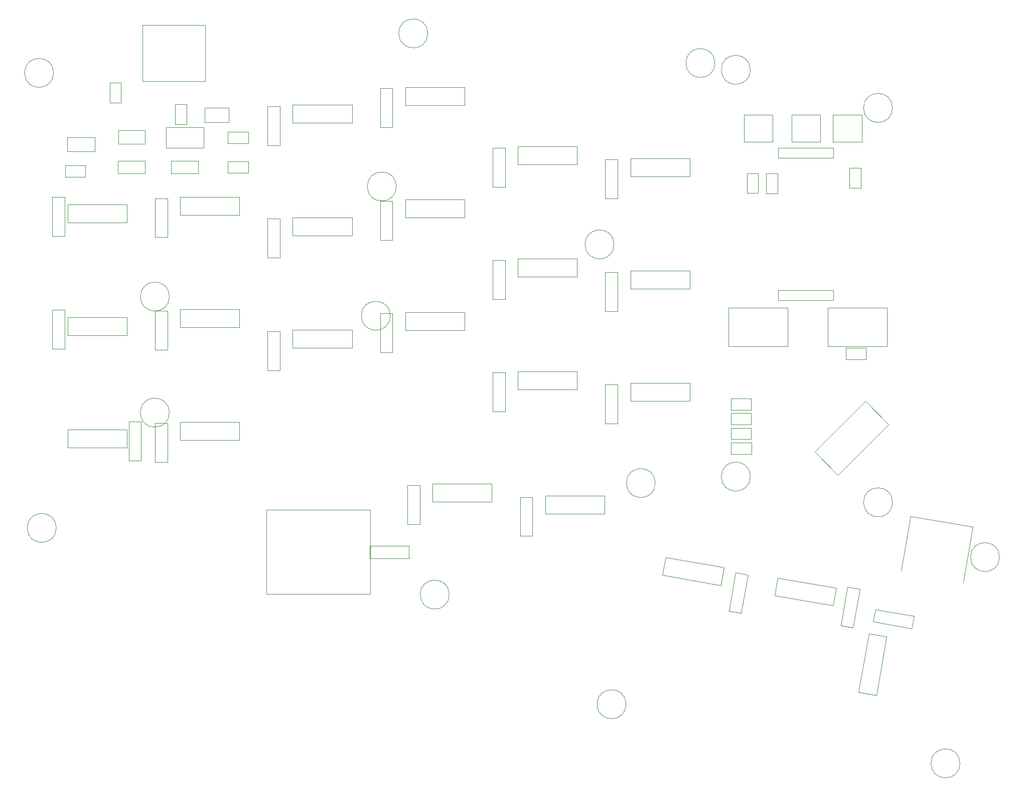
<source format=gbr>
%TF.GenerationSoftware,KiCad,Pcbnew,5.1.9*%
%TF.CreationDate,2021-05-10T09:53:42-05:00*%
%TF.ProjectId,nightwing,6e696768-7477-4696-9e67-2e6b69636164,rev?*%
%TF.SameCoordinates,Original*%
%TF.FileFunction,Other,User*%
%FSLAX46Y46*%
G04 Gerber Fmt 4.6, Leading zero omitted, Abs format (unit mm)*
G04 Created by KiCad (PCBNEW 5.1.9) date 2021-05-10 09:53:42*
%MOMM*%
%LPD*%
G01*
G04 APERTURE LIST*
%ADD10C,0.050000*%
G04 APERTURE END LIST*
D10*
%TO.C,J2*%
X159875176Y-98202627D02*
X161510942Y-88925738D01*
X170353530Y-100050243D02*
X171989296Y-90773354D01*
X171989296Y-90773354D02*
X161510942Y-88925738D01*
%TO.C,J1*%
X42490000Y-15430000D02*
X31850000Y-15430000D01*
X42490000Y-6010000D02*
X31850000Y-6010000D01*
X42490000Y-15430000D02*
X42490000Y-6010000D01*
X31850000Y-15430000D02*
X31850000Y-6010000D01*
%TO.C,J3*%
X148470000Y-26750000D02*
X148470000Y-28450000D01*
X139150000Y-28450000D02*
X139150000Y-26750000D01*
X139150000Y-26750000D02*
X148470000Y-26750000D01*
X148470000Y-52450000D02*
X139150000Y-52450000D01*
X139150000Y-52450000D02*
X139150000Y-50750000D01*
X148470000Y-28450000D02*
X139150000Y-28450000D01*
X139150000Y-50750000D02*
X148470000Y-50750000D01*
X148470000Y-50750000D02*
X148470000Y-52450000D01*
%TO.C,H8*%
X118417513Y-83342861D02*
G75*
G03*
X118417513Y-83342861I-2450000J0D01*
G01*
%TO.C,RESET_SW1*%
X157500000Y-60250000D02*
X157500000Y-53750000D01*
X147500000Y-53750000D02*
X147500000Y-60250000D01*
X147500000Y-60250000D02*
X157500000Y-60250000D01*
X147500000Y-53750000D02*
X157500000Y-53750000D01*
%TO.C,Boot1*%
X140740000Y-60260000D02*
X140740000Y-53760000D01*
X130740000Y-53760000D02*
X130740000Y-60260000D01*
X130740000Y-60260000D02*
X140740000Y-60260000D01*
X130740000Y-53760000D02*
X140740000Y-53760000D01*
%TO.C,L31*%
X157459088Y-109320601D02*
X154457394Y-108791321D01*
X155722606Y-119168679D02*
X157459088Y-109320601D01*
X152720912Y-118639399D02*
X155722606Y-119168679D01*
X154457394Y-108791321D02*
X152720912Y-118639399D01*
%TO.C,L30*%
X139090601Y-99330912D02*
X138561321Y-102332606D01*
X148938679Y-101067394D02*
X139090601Y-99330912D01*
X148409399Y-104069088D02*
X148938679Y-101067394D01*
X138561321Y-102332606D02*
X148409399Y-104069088D01*
%TO.C,L29*%
X120149105Y-95876715D02*
X119619825Y-98878409D01*
X129997183Y-97613197D02*
X120149105Y-95876715D01*
X129467903Y-100614891D02*
X129997183Y-97613197D01*
X119619825Y-98878409D02*
X129467903Y-100614891D01*
%TO.C,L28*%
X99837500Y-85476000D02*
X99837500Y-88524000D01*
X109837500Y-85476000D02*
X99837500Y-85476000D01*
X109837500Y-88524000D02*
X109837500Y-85476000D01*
X99837500Y-88524000D02*
X109837500Y-88524000D01*
%TO.C,L27*%
X80837500Y-83476000D02*
X80837500Y-86524000D01*
X90837500Y-83476000D02*
X80837500Y-83476000D01*
X90837500Y-86524000D02*
X90837500Y-83476000D01*
X80837500Y-86524000D02*
X90837500Y-86524000D01*
%TO.C,L26*%
X114225000Y-66467000D02*
X114225000Y-69515000D01*
X124225000Y-66467000D02*
X114225000Y-66467000D01*
X124225000Y-69515000D02*
X124225000Y-66467000D01*
X114225000Y-69515000D02*
X124225000Y-69515000D01*
%TO.C,L25*%
X95225000Y-64467000D02*
X95225000Y-67515000D01*
X105225000Y-64467000D02*
X95225000Y-64467000D01*
X105225000Y-67515000D02*
X105225000Y-64467000D01*
X95225000Y-67515000D02*
X105225000Y-67515000D01*
%TO.C,L24*%
X76225000Y-54467000D02*
X76225000Y-57515000D01*
X86225000Y-54467000D02*
X76225000Y-54467000D01*
X86225000Y-57515000D02*
X86225000Y-54467000D01*
X76225000Y-57515000D02*
X86225000Y-57515000D01*
%TO.C,L23*%
X57225000Y-57467000D02*
X57225000Y-60515000D01*
X67225000Y-57467000D02*
X57225000Y-57467000D01*
X67225000Y-60515000D02*
X67225000Y-57467000D01*
X57225000Y-60515000D02*
X67225000Y-60515000D01*
%TO.C,L22*%
X38225000Y-73017000D02*
X38225000Y-76065000D01*
X48225000Y-73017000D02*
X38225000Y-73017000D01*
X48225000Y-76065000D02*
X48225000Y-73017000D01*
X38225000Y-76065000D02*
X48225000Y-76065000D01*
%TO.C,L21*%
X19225000Y-74317000D02*
X19225000Y-77365000D01*
X29225000Y-74317000D02*
X19225000Y-74317000D01*
X29225000Y-77365000D02*
X29225000Y-74317000D01*
X19225000Y-77365000D02*
X29225000Y-77365000D01*
%TO.C,L20*%
X29225000Y-58365000D02*
X29225000Y-55317000D01*
X19225000Y-58365000D02*
X29225000Y-58365000D01*
X19225000Y-55317000D02*
X19225000Y-58365000D01*
X29225000Y-55317000D02*
X19225000Y-55317000D01*
%TO.C,L19*%
X48225000Y-57065000D02*
X48225000Y-54017000D01*
X38225000Y-57065000D02*
X48225000Y-57065000D01*
X38225000Y-54017000D02*
X38225000Y-57065000D01*
X48225000Y-54017000D02*
X38225000Y-54017000D01*
%TO.C,L18*%
X67225000Y-41515000D02*
X67225000Y-38467000D01*
X57225000Y-41515000D02*
X67225000Y-41515000D01*
X57225000Y-38467000D02*
X57225000Y-41515000D01*
X67225000Y-38467000D02*
X57225000Y-38467000D01*
%TO.C,L17*%
X86225000Y-38515000D02*
X86225000Y-35467000D01*
X76225000Y-38515000D02*
X86225000Y-38515000D01*
X76225000Y-35467000D02*
X76225000Y-38515000D01*
X86225000Y-35467000D02*
X76225000Y-35467000D01*
%TO.C,L16*%
X105225000Y-48515000D02*
X105225000Y-45467000D01*
X95225000Y-48515000D02*
X105225000Y-48515000D01*
X95225000Y-45467000D02*
X95225000Y-48515000D01*
X105225000Y-45467000D02*
X95225000Y-45467000D01*
%TO.C,L15*%
X124225000Y-50515000D02*
X124225000Y-47467000D01*
X114225000Y-50515000D02*
X124225000Y-50515000D01*
X114225000Y-47467000D02*
X114225000Y-50515000D01*
X124225000Y-47467000D02*
X114225000Y-47467000D01*
%TO.C,L14*%
X114225000Y-28467000D02*
X114225000Y-31515000D01*
X124225000Y-28467000D02*
X114225000Y-28467000D01*
X124225000Y-31515000D02*
X124225000Y-28467000D01*
X114225000Y-31515000D02*
X124225000Y-31515000D01*
%TO.C,L13*%
X95225000Y-26467000D02*
X95225000Y-29515000D01*
X105225000Y-26467000D02*
X95225000Y-26467000D01*
X105225000Y-29515000D02*
X105225000Y-26467000D01*
X95225000Y-29515000D02*
X105225000Y-29515000D01*
%TO.C,L12*%
X76225000Y-16467000D02*
X76225000Y-19515000D01*
X86225000Y-16467000D02*
X76225000Y-16467000D01*
X86225000Y-19515000D02*
X86225000Y-16467000D01*
X76225000Y-19515000D02*
X86225000Y-19515000D01*
%TO.C,L11*%
X57225000Y-19467000D02*
X57225000Y-22515000D01*
X67225000Y-19467000D02*
X57225000Y-19467000D01*
X67225000Y-22515000D02*
X67225000Y-19467000D01*
X57225000Y-22515000D02*
X67225000Y-22515000D01*
%TO.C,L10*%
X38225000Y-35017000D02*
X38225000Y-38065000D01*
X48225000Y-35017000D02*
X38225000Y-35017000D01*
X48225000Y-38065000D02*
X48225000Y-35017000D01*
X38225000Y-38065000D02*
X48225000Y-38065000D01*
%TO.C,L9*%
X19225000Y-36317000D02*
X19225000Y-39365000D01*
X29225000Y-36317000D02*
X19225000Y-36317000D01*
X29225000Y-39365000D02*
X29225000Y-36317000D01*
X19225000Y-39365000D02*
X29225000Y-39365000D01*
%TO.C,JP1*%
X42388000Y-19940000D02*
X46452000Y-19940000D01*
X42388000Y-19940000D02*
X42388000Y-22440000D01*
X46452000Y-22440000D02*
X46452000Y-19940000D01*
X46452000Y-22440000D02*
X42388000Y-22440000D01*
%TO.C,D24*%
X152910935Y-101242306D02*
X150842839Y-100877645D01*
X149696761Y-107377376D02*
X150842839Y-100877645D01*
X151764857Y-107742037D02*
X149696761Y-107377376D01*
X152910935Y-101242306D02*
X151764857Y-107742037D01*
%TO.C,D23*%
X134030935Y-98832306D02*
X131962839Y-98467645D01*
X130816761Y-104967376D02*
X131962839Y-98467645D01*
X132884857Y-105332037D02*
X130816761Y-104967376D01*
X134030935Y-98832306D02*
X132884857Y-105332037D01*
%TO.C,D22*%
X155552306Y-104699065D02*
X155187645Y-106767161D01*
X161687376Y-107913239D02*
X155187645Y-106767161D01*
X162052037Y-105845143D02*
X161687376Y-107913239D01*
X155552306Y-104699065D02*
X162052037Y-105845143D01*
%TO.C,D21*%
X97687500Y-85700000D02*
X95587500Y-85700000D01*
X95587500Y-92300000D02*
X95587500Y-85700000D01*
X97687500Y-92300000D02*
X95587500Y-92300000D01*
X97687500Y-85700000D02*
X97687500Y-92300000D01*
%TO.C,D20*%
X78687500Y-83700000D02*
X76587500Y-83700000D01*
X76587500Y-90300000D02*
X76587500Y-83700000D01*
X78687500Y-90300000D02*
X76587500Y-90300000D01*
X78687500Y-83700000D02*
X78687500Y-90300000D01*
%TO.C,D19*%
X76840000Y-96080000D02*
X76840000Y-93980000D01*
X70240000Y-93980000D02*
X76840000Y-93980000D01*
X70240000Y-96080000D02*
X70240000Y-93980000D01*
X76840000Y-96080000D02*
X70240000Y-96080000D01*
%TO.C,D18*%
X112075000Y-66691000D02*
X109975000Y-66691000D01*
X109975000Y-73291000D02*
X109975000Y-66691000D01*
X112075000Y-73291000D02*
X109975000Y-73291000D01*
X112075000Y-66691000D02*
X112075000Y-73291000D01*
%TO.C,D17*%
X93075000Y-64691000D02*
X90975000Y-64691000D01*
X90975000Y-71291000D02*
X90975000Y-64691000D01*
X93075000Y-71291000D02*
X90975000Y-71291000D01*
X93075000Y-64691000D02*
X93075000Y-71291000D01*
%TO.C,D16*%
X74075000Y-54691000D02*
X71975000Y-54691000D01*
X71975000Y-61291000D02*
X71975000Y-54691000D01*
X74075000Y-61291000D02*
X71975000Y-61291000D01*
X74075000Y-54691000D02*
X74075000Y-61291000D01*
%TO.C,D15*%
X55075000Y-57691000D02*
X52975000Y-57691000D01*
X52975000Y-64291000D02*
X52975000Y-57691000D01*
X55075000Y-64291000D02*
X52975000Y-64291000D01*
X55075000Y-57691000D02*
X55075000Y-64291000D01*
%TO.C,D14*%
X36075000Y-73241000D02*
X33975000Y-73241000D01*
X33975000Y-79841000D02*
X33975000Y-73241000D01*
X36075000Y-79841000D02*
X33975000Y-79841000D01*
X36075000Y-73241000D02*
X36075000Y-79841000D01*
%TO.C,D13*%
X31660000Y-72920000D02*
X29560000Y-72920000D01*
X29560000Y-79520000D02*
X29560000Y-72920000D01*
X31660000Y-79520000D02*
X29560000Y-79520000D01*
X31660000Y-72920000D02*
X31660000Y-79520000D01*
%TO.C,D12*%
X112075000Y-47691000D02*
X109975000Y-47691000D01*
X109975000Y-54291000D02*
X109975000Y-47691000D01*
X112075000Y-54291000D02*
X109975000Y-54291000D01*
X112075000Y-47691000D02*
X112075000Y-54291000D01*
%TO.C,D11*%
X93075000Y-45691000D02*
X90975000Y-45691000D01*
X90975000Y-52291000D02*
X90975000Y-45691000D01*
X93075000Y-52291000D02*
X90975000Y-52291000D01*
X93075000Y-45691000D02*
X93075000Y-52291000D01*
%TO.C,D10*%
X74075000Y-35691000D02*
X71975000Y-35691000D01*
X71975000Y-42291000D02*
X71975000Y-35691000D01*
X74075000Y-42291000D02*
X71975000Y-42291000D01*
X74075000Y-35691000D02*
X74075000Y-42291000D01*
%TO.C,D9*%
X55075000Y-38691000D02*
X52975000Y-38691000D01*
X52975000Y-45291000D02*
X52975000Y-38691000D01*
X55075000Y-45291000D02*
X52975000Y-45291000D01*
X55075000Y-38691000D02*
X55075000Y-45291000D01*
%TO.C,D8*%
X36075000Y-54241000D02*
X33975000Y-54241000D01*
X33975000Y-60841000D02*
X33975000Y-54241000D01*
X36075000Y-60841000D02*
X33975000Y-60841000D01*
X36075000Y-54241000D02*
X36075000Y-60841000D01*
%TO.C,D7*%
X18775000Y-54041000D02*
X16675000Y-54041000D01*
X16675000Y-60641000D02*
X16675000Y-54041000D01*
X18775000Y-60641000D02*
X16675000Y-60641000D01*
X18775000Y-54041000D02*
X18775000Y-60641000D01*
%TO.C,D6*%
X112075000Y-28691000D02*
X109975000Y-28691000D01*
X109975000Y-35291000D02*
X109975000Y-28691000D01*
X112075000Y-35291000D02*
X109975000Y-35291000D01*
X112075000Y-28691000D02*
X112075000Y-35291000D01*
%TO.C,D5*%
X93075000Y-26691000D02*
X90975000Y-26691000D01*
X90975000Y-33291000D02*
X90975000Y-26691000D01*
X93075000Y-33291000D02*
X90975000Y-33291000D01*
X93075000Y-26691000D02*
X93075000Y-33291000D01*
%TO.C,D4*%
X74075000Y-16691000D02*
X71975000Y-16691000D01*
X71975000Y-23291000D02*
X71975000Y-16691000D01*
X74075000Y-23291000D02*
X71975000Y-23291000D01*
X74075000Y-16691000D02*
X74075000Y-23291000D01*
%TO.C,D3*%
X55075000Y-19691000D02*
X52975000Y-19691000D01*
X52975000Y-26291000D02*
X52975000Y-19691000D01*
X55075000Y-26291000D02*
X52975000Y-26291000D01*
X55075000Y-19691000D02*
X55075000Y-26291000D01*
%TO.C,D2*%
X36075000Y-35241000D02*
X33975000Y-35241000D01*
X33975000Y-41841000D02*
X33975000Y-35241000D01*
X36075000Y-41841000D02*
X33975000Y-41841000D01*
X36075000Y-35241000D02*
X36075000Y-41841000D01*
%TO.C,D1*%
X18775000Y-35041000D02*
X16675000Y-35041000D01*
X16675000Y-41641000D02*
X16675000Y-35041000D01*
X18775000Y-41641000D02*
X16675000Y-41641000D01*
X18775000Y-35041000D02*
X18775000Y-41641000D01*
%TO.C,D25*%
X23840000Y-27290000D02*
X23840000Y-24990000D01*
X19140000Y-24990000D02*
X23840000Y-24990000D01*
X19140000Y-27290000D02*
X19140000Y-24990000D01*
X23840000Y-27290000D02*
X19140000Y-27290000D01*
%TO.C,H9*%
X176500000Y-95850000D02*
G75*
G03*
X176500000Y-95850000I-2450000J0D01*
G01*
%TO.C,H1*%
X128480000Y-12400000D02*
G75*
G03*
X128480000Y-12400000I-2450000J0D01*
G01*
%TO.C,16mhz1*%
X145294517Y-78035685D02*
X149254315Y-81995483D01*
X149254315Y-81995483D02*
X157810307Y-73439491D01*
X157810307Y-73439491D02*
X153850509Y-69479693D01*
X153850509Y-69479693D02*
X145294517Y-78035685D01*
%TO.C,C5*%
X131220000Y-76520000D02*
X134620000Y-76520000D01*
X131220000Y-78480000D02*
X131220000Y-76520000D01*
X134620000Y-78480000D02*
X131220000Y-78480000D01*
X134620000Y-76520000D02*
X134620000Y-78480000D01*
%TO.C,H1*%
X134450000Y-13550000D02*
G75*
G03*
X134450000Y-13550000I-2450000J0D01*
G01*
X158450000Y-19970000D02*
G75*
G03*
X158450000Y-19970000I-2450000J0D01*
G01*
X36400000Y-71450000D02*
G75*
G03*
X36400000Y-71450000I-2450000J0D01*
G01*
%TO.C,H6*%
X74710000Y-33240000D02*
G75*
G03*
X74710000Y-33240000I-2450000J0D01*
G01*
%TO.C,H1*%
X113480000Y-120710000D02*
G75*
G03*
X113480000Y-120710000I-2450000J0D01*
G01*
X17324828Y-90916530D02*
G75*
G03*
X17324828Y-90916530I-2450000J0D01*
G01*
X16870000Y-14060000D02*
G75*
G03*
X16870000Y-14060000I-2450000J0D01*
G01*
X80020000Y-7390000D02*
G75*
G03*
X80020000Y-7390000I-2450000J0D01*
G01*
%TO.C,H10*%
X83636634Y-102186410D02*
G75*
G03*
X83636634Y-102186410I-2450000J0D01*
G01*
%TO.C,H9*%
X169830000Y-130690000D02*
G75*
G03*
X169830000Y-130690000I-2450000J0D01*
G01*
%TO.C,H7*%
X111450000Y-43030000D02*
G75*
G03*
X111450000Y-43030000I-2450000J0D01*
G01*
%TO.C,H2*%
X158450000Y-86590000D02*
G75*
G03*
X158450000Y-86590000I-2450000J0D01*
G01*
%TO.C,H5*%
X73700000Y-55080000D02*
G75*
G03*
X73700000Y-55080000I-2450000J0D01*
G01*
%TO.C,H4*%
X134450000Y-82250000D02*
G75*
G03*
X134450000Y-82250000I-2450000J0D01*
G01*
%TO.C,H3*%
X36420000Y-51840000D02*
G75*
G03*
X36420000Y-51840000I-2450000J0D01*
G01*
%TO.C,D27*%
X146250000Y-21180000D02*
X141400000Y-21180000D01*
X146250000Y-25680000D02*
X146250000Y-21180000D01*
X141400000Y-25680000D02*
X146250000Y-25680000D01*
X141400000Y-21180000D02*
X141400000Y-25680000D01*
%TO.C,R6*%
X139042277Y-31038401D02*
X139042277Y-34398401D01*
X137142277Y-31038401D02*
X139042277Y-31038401D01*
X137142277Y-34398401D02*
X137142277Y-31038401D01*
X139042277Y-34398401D02*
X137142277Y-34398401D01*
%TO.C,RED1*%
X148400000Y-21180000D02*
X148400000Y-25680000D01*
X148400000Y-25680000D02*
X153250000Y-25680000D01*
X153250000Y-25680000D02*
X153250000Y-21180000D01*
X153250000Y-21180000D02*
X148400000Y-21180000D01*
%TO.C,D26*%
X133400000Y-21180000D02*
X133400000Y-25680000D01*
X133400000Y-25680000D02*
X138250000Y-25680000D01*
X138250000Y-25680000D02*
X138250000Y-21180000D01*
X138250000Y-21180000D02*
X133400000Y-21180000D01*
%TO.C,R8*%
X135761062Y-34373411D02*
X133861062Y-34373411D01*
X133861062Y-34373411D02*
X133861062Y-31013411D01*
X133861062Y-31013411D02*
X135761062Y-31013411D01*
X135761062Y-31013411D02*
X135761062Y-34373411D01*
%TO.C,SW19*%
X70290000Y-102070000D02*
X52790000Y-102070000D01*
X70290000Y-102070000D02*
X70290000Y-87870000D01*
X52790000Y-87870000D02*
X52790000Y-102070000D01*
X52790000Y-87870000D02*
X70290000Y-87870000D01*
%TO.C,R4*%
X39310000Y-19390000D02*
X39310000Y-22750000D01*
X37410000Y-19390000D02*
X39310000Y-19390000D01*
X37410000Y-22750000D02*
X37410000Y-19390000D01*
X39310000Y-22750000D02*
X37410000Y-22750000D01*
%TO.C,R3*%
X28230959Y-19092324D02*
X26330959Y-19092324D01*
X26330959Y-19092324D02*
X26330959Y-15732324D01*
X26330959Y-15732324D02*
X28230959Y-15732324D01*
X28230959Y-15732324D02*
X28230959Y-19092324D01*
%TO.C,U2*%
X42180000Y-23250000D02*
X35820000Y-23250000D01*
X42180000Y-26750000D02*
X42180000Y-23250000D01*
X35820000Y-26750000D02*
X42180000Y-26750000D01*
X35820000Y-23250000D02*
X35820000Y-26750000D01*
%TO.C,R7*%
X131230000Y-74050000D02*
X134590000Y-74050000D01*
X131230000Y-75950000D02*
X131230000Y-74050000D01*
X134590000Y-75950000D02*
X131230000Y-75950000D01*
X134590000Y-74050000D02*
X134590000Y-75950000D01*
%TO.C,R5*%
X131230000Y-71550000D02*
X134590000Y-71550000D01*
X131230000Y-73450000D02*
X131230000Y-71550000D01*
X134590000Y-73450000D02*
X131230000Y-73450000D01*
X134590000Y-71550000D02*
X134590000Y-73450000D01*
%TO.C,R2*%
X153953366Y-62449344D02*
X150593366Y-62449344D01*
X153953366Y-60549344D02*
X153953366Y-62449344D01*
X150593366Y-60549344D02*
X153953366Y-60549344D01*
X150593366Y-62449344D02*
X150593366Y-60549344D01*
%TO.C,R1*%
X153104627Y-30100911D02*
X153104627Y-33460911D01*
X151204627Y-30100911D02*
X153104627Y-30100911D01*
X151204627Y-33460911D02*
X151204627Y-30100911D01*
X153104627Y-33460911D02*
X151204627Y-33460911D01*
%TO.C,F1*%
X32340000Y-26020000D02*
X27780000Y-26020000D01*
X32340000Y-23780000D02*
X32340000Y-26020000D01*
X27780000Y-23780000D02*
X32340000Y-23780000D01*
X27780000Y-26020000D02*
X27780000Y-23780000D01*
%TO.C,C19*%
X32300000Y-31050000D02*
X27700000Y-31050000D01*
X32300000Y-28950000D02*
X32300000Y-31050000D01*
X27700000Y-28950000D02*
X32300000Y-28950000D01*
X27700000Y-31050000D02*
X27700000Y-28950000D01*
%TO.C,C8*%
X49700000Y-25980000D02*
X46300000Y-25980000D01*
X49700000Y-24020000D02*
X49700000Y-25980000D01*
X46300000Y-24020000D02*
X49700000Y-24020000D01*
X46300000Y-25980000D02*
X46300000Y-24020000D01*
%TO.C,C7*%
X49700000Y-30980000D02*
X46300000Y-30980000D01*
X49700000Y-29020000D02*
X49700000Y-30980000D01*
X46300000Y-29020000D02*
X49700000Y-29020000D01*
X46300000Y-30980000D02*
X46300000Y-29020000D01*
%TO.C,C6*%
X41300000Y-31050000D02*
X36700000Y-31050000D01*
X41300000Y-28950000D02*
X41300000Y-31050000D01*
X36700000Y-28950000D02*
X41300000Y-28950000D01*
X36700000Y-31050000D02*
X36700000Y-28950000D01*
%TO.C,C3*%
X22231031Y-31635923D02*
X18831031Y-31635923D01*
X22231031Y-29675923D02*
X22231031Y-31635923D01*
X18831031Y-29675923D02*
X22231031Y-29675923D01*
X18831031Y-31635923D02*
X18831031Y-29675923D01*
%TO.C,C1*%
X134610000Y-70980000D02*
X131210000Y-70980000D01*
X134610000Y-69020000D02*
X134610000Y-70980000D01*
X131210000Y-69020000D02*
X134610000Y-69020000D01*
X131210000Y-70980000D02*
X131210000Y-69020000D01*
%TD*%
M02*

</source>
